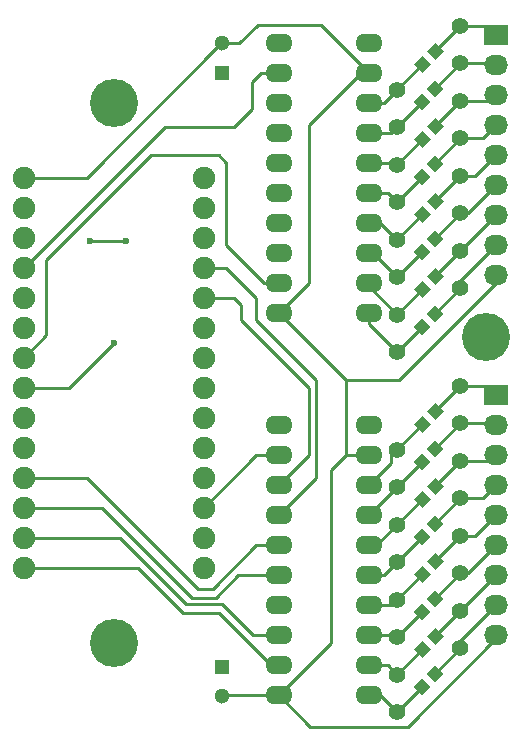
<source format=gbr>
G04 #@! TF.FileFunction,Copper,L1,Top,Signal*
%FSLAX46Y46*%
G04 Gerber Fmt 4.6, Leading zero omitted, Abs format (unit mm)*
G04 Created by KiCad (PCBNEW (2015-09-22 BZR 6208)-product) date 10/22/2015 10:46:09 PM*
%MOMM*%
G01*
G04 APERTURE LIST*
%ADD10C,0.100000*%
%ADD11R,1.300000X1.300000*%
%ADD12C,1.300000*%
%ADD13C,1.397000*%
%ADD14C,1.900000*%
%ADD15O,2.300000X1.600000*%
%ADD16R,2.032000X1.727200*%
%ADD17O,2.032000X1.727200*%
%ADD18C,4.064000*%
%ADD19C,0.600000*%
%ADD20C,0.250000*%
G04 APERTURE END LIST*
D10*
D11*
X120904000Y-81280000D03*
D12*
X120904000Y-78780000D03*
D13*
X135735923Y-82704077D03*
X141124077Y-77315923D03*
D10*
G36*
X137891185Y-81267235D02*
X137172765Y-80548815D01*
X137891185Y-79830395D01*
X138609605Y-80548815D01*
X137891185Y-81267235D01*
X137891185Y-81267235D01*
G37*
G36*
X138968815Y-80189605D02*
X138250395Y-79471185D01*
X138968815Y-78752765D01*
X139687235Y-79471185D01*
X138968815Y-80189605D01*
X138968815Y-80189605D01*
G37*
D13*
X135735923Y-85879077D03*
X141124077Y-80490923D03*
D10*
G36*
X137891185Y-84442235D02*
X137172765Y-83723815D01*
X137891185Y-83005395D01*
X138609605Y-83723815D01*
X137891185Y-84442235D01*
X137891185Y-84442235D01*
G37*
G36*
X138968815Y-83364605D02*
X138250395Y-82646185D01*
X138968815Y-81927765D01*
X139687235Y-82646185D01*
X138968815Y-83364605D01*
X138968815Y-83364605D01*
G37*
D13*
X135735923Y-89054077D03*
X141124077Y-83665923D03*
D10*
G36*
X137891185Y-87617235D02*
X137172765Y-86898815D01*
X137891185Y-86180395D01*
X138609605Y-86898815D01*
X137891185Y-87617235D01*
X137891185Y-87617235D01*
G37*
G36*
X138968815Y-86539605D02*
X138250395Y-85821185D01*
X138968815Y-85102765D01*
X139687235Y-85821185D01*
X138968815Y-86539605D01*
X138968815Y-86539605D01*
G37*
D13*
X135735923Y-92229077D03*
X141124077Y-86840923D03*
D10*
G36*
X137891185Y-90792235D02*
X137172765Y-90073815D01*
X137891185Y-89355395D01*
X138609605Y-90073815D01*
X137891185Y-90792235D01*
X137891185Y-90792235D01*
G37*
G36*
X138968815Y-89714605D02*
X138250395Y-88996185D01*
X138968815Y-88277765D01*
X139687235Y-88996185D01*
X138968815Y-89714605D01*
X138968815Y-89714605D01*
G37*
D13*
X135735923Y-95404077D03*
X141124077Y-90015923D03*
D10*
G36*
X137891185Y-93967235D02*
X137172765Y-93248815D01*
X137891185Y-92530395D01*
X138609605Y-93248815D01*
X137891185Y-93967235D01*
X137891185Y-93967235D01*
G37*
G36*
X138968815Y-92889605D02*
X138250395Y-92171185D01*
X138968815Y-91452765D01*
X139687235Y-92171185D01*
X138968815Y-92889605D01*
X138968815Y-92889605D01*
G37*
D13*
X135735923Y-98579077D03*
X141124077Y-93190923D03*
D10*
G36*
X137891185Y-97142235D02*
X137172765Y-96423815D01*
X137891185Y-95705395D01*
X138609605Y-96423815D01*
X137891185Y-97142235D01*
X137891185Y-97142235D01*
G37*
G36*
X138968815Y-96064605D02*
X138250395Y-95346185D01*
X138968815Y-94627765D01*
X139687235Y-95346185D01*
X138968815Y-96064605D01*
X138968815Y-96064605D01*
G37*
D13*
X135735923Y-101754077D03*
X141124077Y-96365923D03*
D10*
G36*
X137891185Y-100317235D02*
X137172765Y-99598815D01*
X137891185Y-98880395D01*
X138609605Y-99598815D01*
X137891185Y-100317235D01*
X137891185Y-100317235D01*
G37*
G36*
X138968815Y-99239605D02*
X138250395Y-98521185D01*
X138968815Y-97802765D01*
X139687235Y-98521185D01*
X138968815Y-99239605D01*
X138968815Y-99239605D01*
G37*
D13*
X135735923Y-104929077D03*
X141124077Y-99540923D03*
D10*
G36*
X137891185Y-103492235D02*
X137172765Y-102773815D01*
X137891185Y-102055395D01*
X138609605Y-102773815D01*
X137891185Y-103492235D01*
X137891185Y-103492235D01*
G37*
G36*
X138968815Y-102414605D02*
X138250395Y-101696185D01*
X138968815Y-100977765D01*
X139687235Y-101696185D01*
X138968815Y-102414605D01*
X138968815Y-102414605D01*
G37*
D13*
X135735923Y-113184077D03*
X141124077Y-107795923D03*
D10*
G36*
X137891185Y-111747235D02*
X137172765Y-111028815D01*
X137891185Y-110310395D01*
X138609605Y-111028815D01*
X137891185Y-111747235D01*
X137891185Y-111747235D01*
G37*
G36*
X138968815Y-110669605D02*
X138250395Y-109951185D01*
X138968815Y-109232765D01*
X139687235Y-109951185D01*
X138968815Y-110669605D01*
X138968815Y-110669605D01*
G37*
D13*
X135735923Y-116359077D03*
X141124077Y-110970923D03*
D10*
G36*
X137891185Y-114922235D02*
X137172765Y-114203815D01*
X137891185Y-113485395D01*
X138609605Y-114203815D01*
X137891185Y-114922235D01*
X137891185Y-114922235D01*
G37*
G36*
X138968815Y-113844605D02*
X138250395Y-113126185D01*
X138968815Y-112407765D01*
X139687235Y-113126185D01*
X138968815Y-113844605D01*
X138968815Y-113844605D01*
G37*
D13*
X135735923Y-119534077D03*
X141124077Y-114145923D03*
D10*
G36*
X137891185Y-118097235D02*
X137172765Y-117378815D01*
X137891185Y-116660395D01*
X138609605Y-117378815D01*
X137891185Y-118097235D01*
X137891185Y-118097235D01*
G37*
G36*
X138968815Y-117019605D02*
X138250395Y-116301185D01*
X138968815Y-115582765D01*
X139687235Y-116301185D01*
X138968815Y-117019605D01*
X138968815Y-117019605D01*
G37*
D13*
X135735923Y-122709077D03*
X141124077Y-117320923D03*
D10*
G36*
X137891185Y-121272235D02*
X137172765Y-120553815D01*
X137891185Y-119835395D01*
X138609605Y-120553815D01*
X137891185Y-121272235D01*
X137891185Y-121272235D01*
G37*
G36*
X138968815Y-120194605D02*
X138250395Y-119476185D01*
X138968815Y-118757765D01*
X139687235Y-119476185D01*
X138968815Y-120194605D01*
X138968815Y-120194605D01*
G37*
D13*
X135735923Y-125884077D03*
X141124077Y-120495923D03*
D10*
G36*
X137891185Y-124447235D02*
X137172765Y-123728815D01*
X137891185Y-123010395D01*
X138609605Y-123728815D01*
X137891185Y-124447235D01*
X137891185Y-124447235D01*
G37*
G36*
X138968815Y-123369605D02*
X138250395Y-122651185D01*
X138968815Y-121932765D01*
X139687235Y-122651185D01*
X138968815Y-123369605D01*
X138968815Y-123369605D01*
G37*
D13*
X135735923Y-129059077D03*
X141124077Y-123670923D03*
D10*
G36*
X137891185Y-127622235D02*
X137172765Y-126903815D01*
X137891185Y-126185395D01*
X138609605Y-126903815D01*
X137891185Y-127622235D01*
X137891185Y-127622235D01*
G37*
G36*
X138968815Y-126544605D02*
X138250395Y-125826185D01*
X138968815Y-125107765D01*
X139687235Y-125826185D01*
X138968815Y-126544605D01*
X138968815Y-126544605D01*
G37*
D13*
X135735923Y-132234077D03*
X141124077Y-126845923D03*
D10*
G36*
X137891185Y-130797235D02*
X137172765Y-130078815D01*
X137891185Y-129360395D01*
X138609605Y-130078815D01*
X137891185Y-130797235D01*
X137891185Y-130797235D01*
G37*
G36*
X138968815Y-129719605D02*
X138250395Y-129001185D01*
X138968815Y-128282765D01*
X139687235Y-129001185D01*
X138968815Y-129719605D01*
X138968815Y-129719605D01*
G37*
D13*
X135735923Y-135409077D03*
X141124077Y-130020923D03*
D10*
G36*
X137891185Y-133972235D02*
X137172765Y-133253815D01*
X137891185Y-132535395D01*
X138609605Y-133253815D01*
X137891185Y-133972235D01*
X137891185Y-133972235D01*
G37*
G36*
X138968815Y-132894605D02*
X138250395Y-132176185D01*
X138968815Y-131457765D01*
X139687235Y-132176185D01*
X138968815Y-132894605D01*
X138968815Y-132894605D01*
G37*
D14*
X104140000Y-92710000D03*
X104140000Y-95250000D03*
X104140000Y-97790000D03*
X104140000Y-100330000D03*
X104140000Y-102870000D03*
X104140000Y-105410000D03*
X104140000Y-107950000D03*
X104140000Y-110490000D03*
X104140000Y-113030000D03*
X104140000Y-115570000D03*
X104140000Y-118110000D03*
X104140000Y-120650000D03*
X104140000Y-123190000D03*
X119380000Y-123190000D03*
X119380000Y-120650000D03*
X119380000Y-118110000D03*
X119380000Y-115570000D03*
X119380000Y-113030000D03*
X119380000Y-110490000D03*
X119380000Y-107950000D03*
X119380000Y-105410000D03*
X119380000Y-102870000D03*
X119380000Y-100330000D03*
X119380000Y-97790000D03*
X119380000Y-95250000D03*
X119380000Y-92710000D03*
X119380000Y-90170000D03*
X104140000Y-90170000D03*
D15*
X125730000Y-78740000D03*
X125730000Y-81280000D03*
X125730000Y-83820000D03*
X125730000Y-86360000D03*
X125730000Y-88900000D03*
X125730000Y-91440000D03*
X125730000Y-93980000D03*
X125730000Y-96520000D03*
X125730000Y-99060000D03*
X125730000Y-101600000D03*
X133350000Y-101600000D03*
X133350000Y-99060000D03*
X133350000Y-96520000D03*
X133350000Y-93980000D03*
X133350000Y-91440000D03*
X133350000Y-88900000D03*
X133350000Y-86360000D03*
X133350000Y-83820000D03*
X133350000Y-81280000D03*
X133350000Y-78740000D03*
X125730000Y-111125000D03*
X125730000Y-113665000D03*
X125730000Y-116205000D03*
X125730000Y-118745000D03*
X125730000Y-121285000D03*
X125730000Y-123825000D03*
X125730000Y-126365000D03*
X125730000Y-128905000D03*
X125730000Y-131445000D03*
X125730000Y-133985000D03*
X133350000Y-133985000D03*
X133350000Y-131445000D03*
X133350000Y-128905000D03*
X133350000Y-126365000D03*
X133350000Y-123825000D03*
X133350000Y-121285000D03*
X133350000Y-118745000D03*
X133350000Y-116205000D03*
X133350000Y-113665000D03*
X133350000Y-111125000D03*
D16*
X144145000Y-108585000D03*
D17*
X144145000Y-111125000D03*
X144145000Y-113665000D03*
X144145000Y-116205000D03*
X144145000Y-118745000D03*
X144145000Y-121285000D03*
X144145000Y-123825000D03*
X144145000Y-126365000D03*
X144145000Y-128905000D03*
D16*
X144145000Y-78105000D03*
D17*
X144145000Y-80645000D03*
X144145000Y-83185000D03*
X144145000Y-85725000D03*
X144145000Y-88265000D03*
X144145000Y-90805000D03*
X144145000Y-93345000D03*
X144145000Y-95885000D03*
X144145000Y-98425000D03*
D11*
X120904000Y-131572000D03*
D12*
X120904000Y-134072000D03*
D18*
X111760000Y-83820000D03*
X111760000Y-129540000D03*
X143256000Y-103632000D03*
D19*
X109728000Y-95504000D03*
X112776000Y-95504000D03*
X111760000Y-104140000D03*
D20*
X112776000Y-95504000D02*
X109728000Y-95504000D01*
X144145000Y-128905000D02*
X144145000Y-129159000D01*
X144145000Y-129159000D02*
X136652000Y-136652000D01*
X128397000Y-136652000D02*
X125730000Y-133985000D01*
X136652000Y-136652000D02*
X128397000Y-136652000D01*
X120904000Y-78780000D02*
X120864000Y-78780000D01*
X120864000Y-78780000D02*
X109474000Y-90170000D01*
X109474000Y-90170000D02*
X104140000Y-90170000D01*
X120904000Y-78780000D02*
X122388000Y-78780000D01*
X129286000Y-77216000D02*
X133350000Y-81280000D01*
X123952000Y-77216000D02*
X129286000Y-77216000D01*
X122388000Y-78780000D02*
X123952000Y-77216000D01*
X125730000Y-133985000D02*
X120991000Y-133985000D01*
X120991000Y-133985000D02*
X120904000Y-134072000D01*
X131445000Y-107315000D02*
X131445000Y-113665000D01*
X144145000Y-98425000D02*
X144145000Y-99060000D01*
X144145000Y-99060000D02*
X135890000Y-107315000D01*
X135890000Y-107315000D02*
X131445000Y-107315000D01*
X131445000Y-107315000D02*
X125730000Y-101600000D01*
X133350000Y-81280000D02*
X132715000Y-81280000D01*
X132715000Y-81280000D02*
X128270000Y-85725000D01*
X128270000Y-85725000D02*
X128270000Y-99060000D01*
X128270000Y-99060000D02*
X125730000Y-101600000D01*
X133350000Y-113665000D02*
X131445000Y-113665000D01*
X130175000Y-129540000D02*
X125730000Y-133985000D01*
X131445000Y-113665000D02*
X130175000Y-114935000D01*
X130175000Y-114935000D02*
X130175000Y-129540000D01*
X138968815Y-79471185D02*
X141124077Y-77315923D01*
X141124077Y-77315923D02*
X143355923Y-77315923D01*
X143355923Y-77315923D02*
X144145000Y-78105000D01*
X141124077Y-80490923D02*
X138968815Y-82646185D01*
X141124077Y-80490923D02*
X143990923Y-80490923D01*
X143990923Y-80490923D02*
X144145000Y-80645000D01*
X138968815Y-85821185D02*
X141124077Y-83665923D01*
X141124077Y-83665923D02*
X143664077Y-83665923D01*
X143664077Y-83665923D02*
X144145000Y-83185000D01*
X141124077Y-86840923D02*
X138968815Y-88996185D01*
X141124077Y-86840923D02*
X143029077Y-86840923D01*
X143029077Y-86840923D02*
X144145000Y-85725000D01*
X138968815Y-92171185D02*
X141124077Y-90015923D01*
X141124077Y-90015923D02*
X142394077Y-90015923D01*
X142394077Y-90015923D02*
X144145000Y-88265000D01*
X141124077Y-93190923D02*
X138968815Y-95346185D01*
X141124077Y-93190923D02*
X141759077Y-93190923D01*
X141759077Y-93190923D02*
X144145000Y-90805000D01*
X141124077Y-96365923D02*
X138968815Y-98521185D01*
X141124077Y-96365923D02*
X144145000Y-93345000D01*
X138968815Y-101696185D02*
X141124077Y-99540923D01*
X141124077Y-99540923D02*
X141124077Y-98905923D01*
X141124077Y-98905923D02*
X144145000Y-95885000D01*
X141124077Y-107795923D02*
X138968815Y-109951185D01*
X141124077Y-107795923D02*
X143355923Y-107795923D01*
X143355923Y-107795923D02*
X144145000Y-108585000D01*
X138968815Y-113126185D02*
X141124077Y-110970923D01*
X141124077Y-110970923D02*
X143990923Y-110970923D01*
X143990923Y-110970923D02*
X144145000Y-111125000D01*
X141124077Y-114145923D02*
X138968815Y-116301185D01*
X141124077Y-114145923D02*
X143664077Y-114145923D01*
X143664077Y-114145923D02*
X144145000Y-113665000D01*
X138968815Y-119476185D02*
X141124077Y-117320923D01*
X141124077Y-117320923D02*
X143029077Y-117320923D01*
X143029077Y-117320923D02*
X144145000Y-116205000D01*
X141124077Y-120495923D02*
X138968815Y-122651185D01*
X141124077Y-120495923D02*
X142394077Y-120495923D01*
X142394077Y-120495923D02*
X144145000Y-118745000D01*
X138968815Y-125826185D02*
X141124077Y-123670923D01*
X141124077Y-123670923D02*
X141759077Y-123670923D01*
X141759077Y-123670923D02*
X144145000Y-121285000D01*
X141124077Y-126845923D02*
X138968815Y-129001185D01*
X141124077Y-126845923D02*
X144145000Y-123825000D01*
X138968815Y-132176185D02*
X141124077Y-130020923D01*
X141124077Y-130020923D02*
X141124077Y-129385923D01*
X141124077Y-129385923D02*
X144145000Y-126365000D01*
X135735923Y-82704077D02*
X137891185Y-80548815D01*
X133350000Y-83820000D02*
X134620000Y-83820000D01*
X134620000Y-83820000D02*
X135735923Y-82704077D01*
X137891185Y-83723815D02*
X135735923Y-85879077D01*
X133350000Y-86360000D02*
X135255000Y-86360000D01*
X135255000Y-86360000D02*
X135735923Y-85879077D01*
X135735923Y-89054077D02*
X137891185Y-86898815D01*
X133350000Y-88900000D02*
X135581846Y-88900000D01*
X135581846Y-88900000D02*
X135735923Y-89054077D01*
X137891185Y-90073815D02*
X135735923Y-92229077D01*
X133350000Y-91440000D02*
X134946846Y-91440000D01*
X134946846Y-91440000D02*
X135735923Y-92229077D01*
X135735923Y-95404077D02*
X137891185Y-93248815D01*
X133350000Y-93980000D02*
X134311846Y-93980000D01*
X134311846Y-93980000D02*
X135735923Y-95404077D01*
X135735923Y-98579077D02*
X137891185Y-96423815D01*
X133350000Y-96520000D02*
X133676846Y-96520000D01*
X133676846Y-96520000D02*
X135735923Y-98579077D01*
X137891185Y-99598815D02*
X135735923Y-101754077D01*
X133350000Y-99060000D02*
X133350000Y-99368154D01*
X133350000Y-99368154D02*
X135735923Y-101754077D01*
X135735923Y-104929077D02*
X137891185Y-102773815D01*
X133350000Y-101600000D02*
X133350000Y-102543154D01*
X133350000Y-102543154D02*
X135735923Y-104929077D01*
X137891185Y-111028815D02*
X135735923Y-113184077D01*
X133350000Y-116205000D02*
X134620000Y-114935000D01*
X135255000Y-114300000D02*
X135255000Y-113665000D01*
X134620000Y-114935000D02*
X135255000Y-114300000D01*
X135255000Y-113665000D02*
X135735923Y-113184077D01*
X135735923Y-116359077D02*
X137891185Y-114203815D01*
X133350000Y-118745000D02*
X135735923Y-116359077D01*
X137891185Y-117378815D02*
X135735923Y-119534077D01*
X133350000Y-121285000D02*
X133985000Y-121285000D01*
X133985000Y-121285000D02*
X135735923Y-119534077D01*
X135735923Y-122709077D02*
X137891185Y-120553815D01*
X133350000Y-123825000D02*
X134620000Y-123825000D01*
X134620000Y-123825000D02*
X135735923Y-122709077D01*
X137891185Y-123728815D02*
X135735923Y-125884077D01*
X133350000Y-126365000D02*
X135255000Y-126365000D01*
X135255000Y-126365000D02*
X135735923Y-125884077D01*
X135735923Y-129059077D02*
X137891185Y-126903815D01*
X133350000Y-128905000D02*
X135255000Y-128905000D01*
X135255000Y-128905000D02*
X135735923Y-129059077D01*
X137891185Y-130078815D02*
X135735923Y-132234077D01*
X133350000Y-131445000D02*
X134946846Y-131445000D01*
X134946846Y-131445000D02*
X135735923Y-132234077D01*
X137891185Y-133253815D02*
X135735923Y-135409077D01*
X133350000Y-133985000D02*
X134311846Y-133985000D01*
X134311846Y-133985000D02*
X135735923Y-135409077D01*
X125730000Y-81280000D02*
X124206000Y-81280000D01*
X116078000Y-85852000D02*
X104140000Y-97790000D01*
X121920000Y-85852000D02*
X116078000Y-85852000D01*
X123444000Y-84328000D02*
X121920000Y-85852000D01*
X123444000Y-82042000D02*
X123444000Y-84328000D01*
X124206000Y-81280000D02*
X123444000Y-82042000D01*
X125730000Y-99060000D02*
X124460000Y-99060000D01*
X106045000Y-103505000D02*
X104140000Y-105410000D01*
X106045000Y-97155000D02*
X106045000Y-103505000D01*
X114935000Y-88265000D02*
X106045000Y-97155000D01*
X120650000Y-88265000D02*
X114935000Y-88265000D01*
X121285000Y-88900000D02*
X120650000Y-88265000D01*
X121285000Y-95885000D02*
X121285000Y-88900000D01*
X124460000Y-99060000D02*
X121285000Y-95885000D01*
X107950000Y-107950000D02*
X104140000Y-107950000D01*
X111760000Y-104140000D02*
X107950000Y-107950000D01*
X125730000Y-121285000D02*
X123825000Y-121285000D01*
X109474000Y-115570000D02*
X104140000Y-115570000D01*
X118872000Y-124968000D02*
X109474000Y-115570000D01*
X120142000Y-124968000D02*
X118872000Y-124968000D01*
X123825000Y-121285000D02*
X120142000Y-124968000D01*
X125730000Y-121285000D02*
X125095000Y-121285000D01*
X125730000Y-123825000D02*
X122301000Y-123825000D01*
X110744000Y-118110000D02*
X104140000Y-118110000D01*
X118364000Y-125730000D02*
X110744000Y-118110000D01*
X120396000Y-125730000D02*
X118364000Y-125730000D01*
X122301000Y-123825000D02*
X120396000Y-125730000D01*
X125730000Y-123825000D02*
X125095000Y-123825000D01*
X125730000Y-128905000D02*
X123571000Y-128905000D01*
X112268000Y-120650000D02*
X104140000Y-120650000D01*
X117856000Y-126238000D02*
X112268000Y-120650000D01*
X120904000Y-126238000D02*
X117856000Y-126238000D01*
X123571000Y-128905000D02*
X120904000Y-126238000D01*
X125730000Y-131445000D02*
X125095000Y-131445000D01*
X125095000Y-131445000D02*
X120650000Y-127000000D01*
X120650000Y-127000000D02*
X117602000Y-127000000D01*
X117602000Y-127000000D02*
X113792000Y-123190000D01*
X113792000Y-123190000D02*
X104140000Y-123190000D01*
X125730000Y-113665000D02*
X123825000Y-113665000D01*
X123825000Y-113665000D02*
X119380000Y-118110000D01*
X119380000Y-100330000D02*
X121920000Y-100330000D01*
X128270000Y-113665000D02*
X125730000Y-116205000D01*
X128270000Y-107950000D02*
X128270000Y-113665000D01*
X122555000Y-102235000D02*
X128270000Y-107950000D01*
X122555000Y-100965000D02*
X122555000Y-102235000D01*
X121920000Y-100330000D02*
X122555000Y-100965000D01*
X119380000Y-97790000D02*
X121285000Y-97790000D01*
X128905000Y-115570000D02*
X125730000Y-118745000D01*
X128905000Y-107315000D02*
X128905000Y-115570000D01*
X123825000Y-102235000D02*
X128905000Y-107315000D01*
X123825000Y-100330000D02*
X123825000Y-102235000D01*
X121285000Y-97790000D02*
X123825000Y-100330000D01*
M02*

</source>
